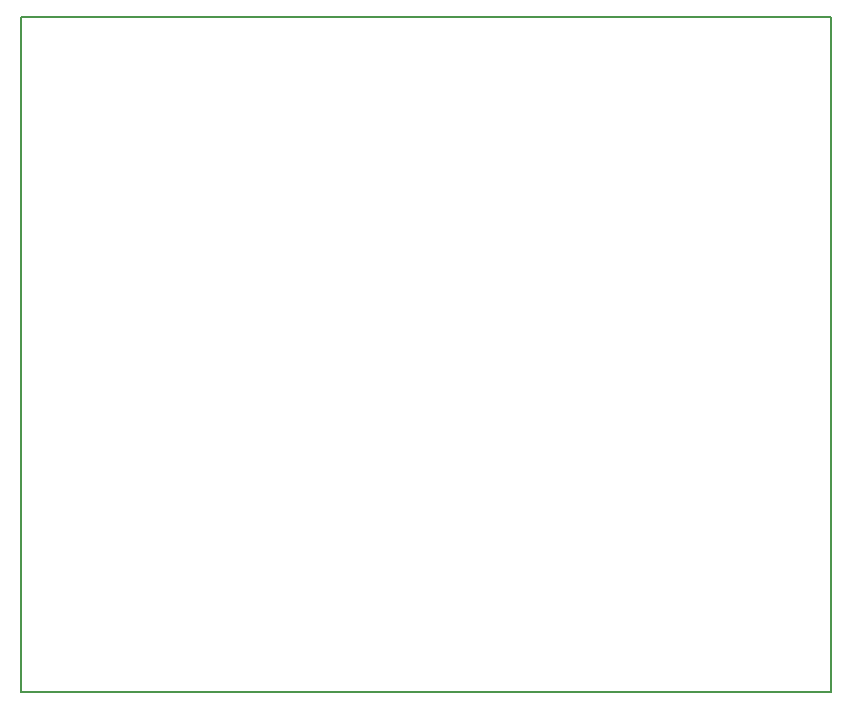
<source format=gbr>
G04 #@! TF.GenerationSoftware,KiCad,Pcbnew,5.1.5-52549c5~84~ubuntu18.04.1*
G04 #@! TF.CreationDate,2020-03-01T13:56:00-05:00*
G04 #@! TF.ProjectId,knuth-gateway,6b6e7574-682d-4676-9174-657761792e6b,rev?*
G04 #@! TF.SameCoordinates,Original*
G04 #@! TF.FileFunction,Profile,NP*
%FSLAX46Y46*%
G04 Gerber Fmt 4.6, Leading zero omitted, Abs format (unit mm)*
G04 Created by KiCad (PCBNEW 5.1.5-52549c5~84~ubuntu18.04.1) date 2020-03-01 13:56:00*
%MOMM*%
%LPD*%
G04 APERTURE LIST*
%ADD10C,0.150000*%
G04 APERTURE END LIST*
D10*
X69850000Y-59690000D02*
X67310000Y-59690000D01*
X69850000Y-2540000D02*
X69850000Y-59690000D01*
X67310000Y-2540000D02*
X69850000Y-2540000D01*
X1270000Y-59690000D02*
X67310000Y-59690000D01*
X67310000Y-2540000D02*
X1270000Y-2540000D01*
X1270000Y-2540000D02*
X1270000Y-59690000D01*
M02*

</source>
